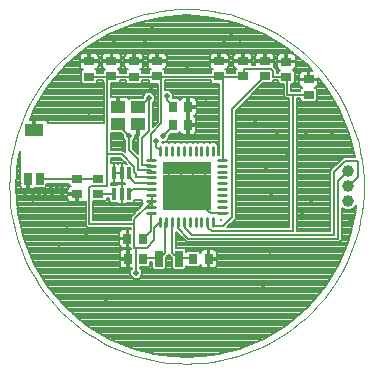
<source format=gtl>
G75*
G70*
%OFA0B0*%
%FSLAX24Y24*%
%IPPOS*%
%LPD*%
%AMOC8*
5,1,8,0,0,1.08239X$1,22.5*
%
%ADD10C,0.0039*%
%ADD11R,0.0433X0.0433*%
%ADD12C,0.0110*%
%ADD13R,0.0098X0.0098*%
%ADD14R,0.0354X0.0276*%
%ADD15R,0.0276X0.0354*%
%ADD16R,0.0472X0.0433*%
%ADD17R,0.0276X0.0551*%
%ADD18R,0.0138X0.0394*%
%ADD19C,0.0394*%
%ADD20R,0.0256X0.0394*%
%ADD21R,0.0630X0.0394*%
%ADD22C,0.0080*%
%ADD23C,0.0180*%
%ADD24C,0.0060*%
%ADD25C,0.0200*%
D10*
X000119Y006025D02*
X000126Y006315D01*
X000147Y006604D01*
X000183Y006892D01*
X000232Y007177D01*
X000296Y007460D01*
X000373Y007739D01*
X000464Y008015D01*
X000569Y008285D01*
X000686Y008550D01*
X000816Y008809D01*
X000959Y009061D01*
X001114Y009306D01*
X001281Y009543D01*
X001460Y009772D01*
X001649Y009991D01*
X001849Y010201D01*
X002059Y010401D01*
X002278Y010590D01*
X002507Y010769D01*
X002744Y010936D01*
X002989Y011091D01*
X003241Y011234D01*
X003500Y011364D01*
X003765Y011481D01*
X004035Y011586D01*
X004311Y011677D01*
X004590Y011754D01*
X004873Y011818D01*
X005158Y011867D01*
X005446Y011903D01*
X005735Y011924D01*
X006025Y011931D01*
X006315Y011924D01*
X006604Y011903D01*
X006892Y011867D01*
X007177Y011818D01*
X007460Y011754D01*
X007739Y011677D01*
X008015Y011586D01*
X008285Y011481D01*
X008550Y011364D01*
X008809Y011234D01*
X009061Y011091D01*
X009306Y010936D01*
X009543Y010769D01*
X009772Y010590D01*
X009991Y010401D01*
X010201Y010201D01*
X010401Y009991D01*
X010590Y009772D01*
X010769Y009543D01*
X010936Y009306D01*
X011091Y009061D01*
X011234Y008809D01*
X011364Y008550D01*
X011481Y008285D01*
X011586Y008015D01*
X011677Y007739D01*
X011754Y007460D01*
X011818Y007177D01*
X011867Y006892D01*
X011903Y006604D01*
X011924Y006315D01*
X011931Y006025D01*
X011924Y005735D01*
X011903Y005446D01*
X011867Y005158D01*
X011818Y004873D01*
X011754Y004590D01*
X011677Y004311D01*
X011586Y004035D01*
X011481Y003765D01*
X011364Y003500D01*
X011234Y003241D01*
X011091Y002989D01*
X010936Y002744D01*
X010769Y002507D01*
X010590Y002278D01*
X010401Y002059D01*
X010201Y001849D01*
X009991Y001649D01*
X009772Y001460D01*
X009543Y001281D01*
X009306Y001114D01*
X009061Y000959D01*
X008809Y000816D01*
X008550Y000686D01*
X008285Y000569D01*
X008015Y000464D01*
X007739Y000373D01*
X007460Y000296D01*
X007177Y000232D01*
X006892Y000183D01*
X006604Y000147D01*
X006315Y000126D01*
X006025Y000119D01*
X005735Y000126D01*
X005446Y000147D01*
X005158Y000183D01*
X004873Y000232D01*
X004590Y000296D01*
X004311Y000373D01*
X004035Y000464D01*
X003765Y000569D01*
X003500Y000686D01*
X003241Y000816D01*
X002989Y000959D01*
X002744Y001114D01*
X002507Y001281D01*
X002278Y001460D01*
X002059Y001649D01*
X001849Y001849D01*
X001649Y002059D01*
X001460Y002278D01*
X001281Y002507D01*
X001114Y002744D01*
X000959Y002989D01*
X000816Y003241D01*
X000686Y003500D01*
X000569Y003765D01*
X000464Y004035D01*
X000373Y004311D01*
X000296Y004590D01*
X000232Y004873D01*
X000183Y005158D01*
X000147Y005446D01*
X000126Y005735D01*
X000119Y006025D01*
D11*
X005425Y005838D03*
X005425Y006212D03*
X005828Y006212D03*
X005828Y005838D03*
X006222Y005838D03*
X006222Y006212D03*
X006626Y006212D03*
X006626Y005838D03*
X006626Y005425D03*
X006222Y005425D03*
X005828Y005425D03*
X005425Y005425D03*
X005425Y006626D03*
X005828Y006626D03*
X006222Y006626D03*
X006626Y006626D03*
D12*
X006714Y007084D02*
X006714Y007348D01*
X006517Y007348D02*
X006517Y007084D01*
X006320Y007084D02*
X006320Y007348D01*
X006124Y007348D02*
X006124Y007084D01*
X005927Y007084D02*
X005927Y007348D01*
X005730Y007348D02*
X005730Y007084D01*
X005533Y007084D02*
X005533Y007348D01*
X005336Y007348D02*
X005336Y007084D01*
X005139Y007084D02*
X005139Y007348D01*
X004966Y006911D02*
X004702Y006911D01*
X004702Y006714D02*
X004966Y006714D01*
X004966Y006517D02*
X004702Y006517D01*
X004702Y006320D02*
X004966Y006320D01*
X004966Y006124D02*
X004702Y006124D01*
X004702Y005927D02*
X004966Y005927D01*
X004966Y005730D02*
X004702Y005730D01*
X004702Y005533D02*
X004966Y005533D01*
X004966Y005336D02*
X004702Y005336D01*
X004702Y005139D02*
X004966Y005139D01*
X005139Y004966D02*
X005139Y004702D01*
X005336Y004702D02*
X005336Y004966D01*
X005533Y004966D02*
X005533Y004702D01*
X005730Y004702D02*
X005730Y004966D01*
X005927Y004966D02*
X005927Y004702D01*
X006124Y004702D02*
X006124Y004966D01*
X006320Y004966D02*
X006320Y004702D01*
X006517Y004702D02*
X006517Y004966D01*
X006714Y004966D02*
X006714Y004702D01*
X006911Y004702D02*
X006911Y004966D01*
X007084Y005139D02*
X007348Y005139D01*
X007348Y005336D02*
X007084Y005336D01*
X007084Y005533D02*
X007348Y005533D01*
X007348Y005730D02*
X007084Y005730D01*
X007084Y005927D02*
X007348Y005927D01*
X007348Y006124D02*
X007084Y006124D01*
X007084Y006320D02*
X007348Y006320D01*
X007348Y006517D02*
X007084Y006517D01*
X007084Y006714D02*
X007348Y006714D01*
X007348Y006911D02*
X007084Y006911D01*
X006911Y007084D02*
X006911Y007348D01*
D13*
X007157Y004893D03*
D14*
X003076Y005765D03*
X003076Y006277D03*
X002368Y006277D03*
X002368Y005765D03*
X002773Y009683D03*
X002773Y010194D03*
X003517Y010206D03*
X003517Y009694D03*
X004269Y009683D03*
X004269Y010194D03*
X005037Y010198D03*
X005037Y009687D03*
X007104Y009687D03*
X007104Y010198D03*
X007899Y010202D03*
X007899Y009691D03*
X008628Y009694D03*
X008628Y010206D03*
X009348Y010183D03*
X009348Y009671D03*
X010088Y009588D03*
X010088Y009076D03*
D15*
X006076Y008679D03*
X005565Y008679D03*
X005557Y008061D03*
X006069Y008061D03*
X004561Y004285D03*
X004049Y004285D03*
X004065Y003608D03*
X004576Y003608D03*
X006246Y003608D03*
X006757Y003608D03*
D16*
X004403Y008104D03*
X004403Y008655D03*
X003734Y008655D03*
X003734Y008104D03*
D17*
X005104Y003608D03*
X005773Y003608D03*
D18*
X004116Y005771D03*
X003860Y005771D03*
X003604Y005771D03*
X003604Y006460D03*
X003860Y006460D03*
X004116Y006460D03*
D19*
X011403Y006525D03*
X011403Y006025D03*
X011403Y005525D03*
D20*
X001124Y006273D03*
X000730Y006273D03*
D21*
X000946Y007915D03*
D22*
X001417Y002677D02*
X001998Y001998D01*
X002677Y001417D01*
X003439Y000950D01*
X004265Y000608D01*
X005134Y000399D01*
X006025Y000329D01*
X006916Y000399D01*
X007785Y000608D01*
X008611Y000950D01*
X009373Y001417D01*
X010053Y001998D01*
X010633Y002677D01*
X011100Y003439D01*
X011442Y004265D01*
X011651Y005134D01*
X011651Y005134D01*
X011672Y005398D01*
X011655Y005357D01*
X011571Y005274D01*
X011462Y005228D01*
X011344Y005228D01*
X011235Y005274D01*
X011195Y005313D01*
X011195Y004231D01*
X011119Y004155D01*
X006031Y004155D01*
X005955Y004231D01*
X005675Y004511D01*
X005675Y003983D01*
X005952Y003983D01*
X006011Y003925D01*
X006011Y003830D01*
X006066Y003885D01*
X006425Y003885D01*
X006483Y003826D01*
X006483Y003818D01*
X006489Y003839D01*
X006508Y003871D01*
X006534Y003897D01*
X006566Y003916D01*
X006601Y003925D01*
X006729Y003925D01*
X006729Y003637D01*
X006786Y003637D01*
X006786Y003925D01*
X006914Y003925D01*
X006949Y003916D01*
X006981Y003897D01*
X007007Y003871D01*
X007026Y003839D01*
X007035Y003803D01*
X007035Y003637D01*
X006786Y003637D01*
X006786Y003579D01*
X006786Y003291D01*
X006914Y003291D01*
X006949Y003300D01*
X006981Y003319D01*
X007007Y003345D01*
X007026Y003377D01*
X007035Y003412D01*
X007035Y003579D01*
X006786Y003579D01*
X006729Y003579D01*
X006729Y003291D01*
X006601Y003291D01*
X006566Y003300D01*
X006534Y003319D01*
X006508Y003345D01*
X006489Y003377D01*
X006483Y003398D01*
X006483Y003389D01*
X006425Y003331D01*
X006066Y003331D01*
X006011Y003386D01*
X006011Y003291D01*
X005952Y003232D01*
X005594Y003232D01*
X005535Y003291D01*
X005535Y003631D01*
X005425Y003741D01*
X005342Y003658D01*
X005342Y003291D01*
X005283Y003232D01*
X004925Y003232D01*
X004866Y003291D01*
X004866Y003495D01*
X004814Y003495D01*
X004814Y003389D01*
X004756Y003331D01*
X004475Y003331D01*
X004475Y003298D01*
X004545Y003228D01*
X004545Y003062D01*
X004428Y002945D01*
X004262Y002945D01*
X004145Y003062D01*
X004145Y003228D01*
X004208Y003291D01*
X004093Y003291D01*
X004093Y003579D01*
X004036Y003579D01*
X004036Y003291D01*
X003908Y003291D01*
X003873Y003300D01*
X003841Y003319D01*
X003815Y003345D01*
X003796Y003377D01*
X003787Y003412D01*
X003787Y003579D01*
X004036Y003579D01*
X004036Y003637D01*
X004036Y003925D01*
X003908Y003925D01*
X003873Y003915D01*
X003841Y003897D01*
X003815Y003871D01*
X003796Y003839D01*
X003787Y003803D01*
X003787Y003637D01*
X004036Y003637D01*
X004093Y003637D01*
X004093Y003925D01*
X004162Y003925D01*
X004155Y003931D01*
X004155Y003968D01*
X004078Y003968D01*
X004078Y004256D01*
X004020Y004256D01*
X004020Y003968D01*
X003893Y003968D01*
X003857Y003977D01*
X003825Y003996D01*
X003799Y004022D01*
X003781Y004054D01*
X003771Y004089D01*
X003771Y004256D01*
X004020Y004256D01*
X004020Y004314D01*
X004020Y004602D01*
X003893Y004602D01*
X003857Y004593D01*
X003825Y004574D01*
X003799Y004548D01*
X003781Y004516D01*
X003771Y004481D01*
X003771Y004314D01*
X004020Y004314D01*
X004078Y004314D01*
X004078Y004602D01*
X004155Y004602D01*
X004155Y004635D01*
X002731Y004635D01*
X002655Y004711D01*
X002655Y005540D01*
X002631Y005516D01*
X002599Y005497D01*
X002563Y005488D01*
X002397Y005488D01*
X002397Y005736D01*
X002339Y005736D01*
X002339Y005488D01*
X002172Y005488D01*
X002137Y005497D01*
X002105Y005516D01*
X002079Y005542D01*
X002060Y005574D01*
X002051Y005609D01*
X002051Y005736D01*
X002339Y005736D01*
X002339Y005794D01*
X002051Y005794D01*
X002051Y005922D01*
X002060Y005957D01*
X002079Y005989D01*
X002105Y006015D01*
X002137Y006034D01*
X002158Y006039D01*
X002149Y006039D01*
X002091Y006098D01*
X002091Y006114D01*
X001352Y006114D01*
X001352Y006035D01*
X001293Y005976D01*
X000956Y005976D01*
X000944Y005964D01*
X000912Y005946D01*
X000876Y005936D01*
X000754Y005936D01*
X000754Y006114D01*
X000706Y006114D01*
X000706Y005936D01*
X000584Y005936D01*
X000548Y005946D01*
X000516Y005964D01*
X000490Y005990D01*
X000472Y006022D01*
X000462Y006058D01*
X000462Y006249D01*
X000469Y006249D01*
X000469Y006297D01*
X000462Y006297D01*
X000462Y006489D01*
X000469Y006514D01*
X000469Y007205D01*
X000399Y006916D01*
X000329Y006025D01*
X000399Y005134D01*
X000608Y004265D01*
X000950Y003439D01*
X001417Y002677D01*
X001441Y002650D02*
X010610Y002650D01*
X010664Y002728D02*
X001386Y002728D01*
X001338Y002807D02*
X010713Y002807D01*
X010761Y002885D02*
X001290Y002885D01*
X001242Y002964D02*
X004244Y002964D01*
X004165Y003042D02*
X001194Y003042D01*
X001145Y003121D02*
X004145Y003121D01*
X004145Y003199D02*
X001097Y003199D01*
X001049Y003278D02*
X004195Y003278D01*
X004093Y003356D02*
X004036Y003356D01*
X004036Y003435D02*
X004093Y003435D01*
X004093Y003513D02*
X004036Y003513D01*
X004036Y003592D02*
X000887Y003592D01*
X000855Y003670D02*
X003787Y003670D01*
X003787Y003749D02*
X000822Y003749D01*
X000790Y003827D02*
X003793Y003827D01*
X003856Y003906D02*
X000757Y003906D01*
X000724Y003984D02*
X003845Y003984D01*
X003778Y004063D02*
X000692Y004063D01*
X000659Y004141D02*
X003771Y004141D01*
X003771Y004220D02*
X000627Y004220D01*
X000600Y004298D02*
X004020Y004298D01*
X004020Y004220D02*
X004078Y004220D01*
X004078Y004141D02*
X004020Y004141D01*
X004020Y004063D02*
X004078Y004063D01*
X004078Y003984D02*
X004020Y003984D01*
X004036Y003906D02*
X004093Y003906D01*
X004093Y003827D02*
X004036Y003827D01*
X004036Y003749D02*
X004093Y003749D01*
X004093Y003670D02*
X004036Y003670D01*
X003787Y003513D02*
X000920Y003513D01*
X000953Y003435D02*
X003787Y003435D01*
X003808Y003356D02*
X001001Y003356D01*
X001508Y002571D02*
X010543Y002571D01*
X010476Y002493D02*
X001575Y002493D01*
X001642Y002414D02*
X010409Y002414D01*
X010341Y002336D02*
X001709Y002336D01*
X001776Y002257D02*
X010274Y002257D01*
X010207Y002179D02*
X001843Y002179D01*
X001910Y002100D02*
X010140Y002100D01*
X010073Y002022D02*
X001977Y002022D01*
X002061Y001943D02*
X009989Y001943D01*
X009897Y001865D02*
X002153Y001865D01*
X002245Y001786D02*
X009805Y001786D01*
X009713Y001708D02*
X002337Y001708D01*
X002429Y001629D02*
X009621Y001629D01*
X009529Y001551D02*
X002521Y001551D01*
X002613Y001472D02*
X009438Y001472D01*
X009335Y001394D02*
X002716Y001394D01*
X002844Y001315D02*
X009207Y001315D01*
X009079Y001237D02*
X002972Y001237D01*
X003100Y001158D02*
X008950Y001158D01*
X008822Y001080D02*
X003228Y001080D01*
X003356Y001001D02*
X008694Y001001D01*
X008545Y000923D02*
X003506Y000923D01*
X003695Y000844D02*
X008355Y000844D01*
X008166Y000766D02*
X003885Y000766D01*
X004074Y000687D02*
X007976Y000687D01*
X007787Y000609D02*
X004264Y000609D01*
X004590Y000530D02*
X007461Y000530D01*
X007134Y000452D02*
X004917Y000452D01*
X005469Y000373D02*
X006582Y000373D01*
X004447Y002964D02*
X010809Y002964D01*
X010857Y003042D02*
X004525Y003042D01*
X004545Y003121D02*
X010905Y003121D01*
X010953Y003199D02*
X004545Y003199D01*
X004496Y003278D02*
X004879Y003278D01*
X004866Y003356D02*
X004781Y003356D01*
X004814Y003435D02*
X004866Y003435D01*
X005342Y003435D02*
X005535Y003435D01*
X005535Y003513D02*
X005342Y003513D01*
X005342Y003592D02*
X005535Y003592D01*
X005496Y003670D02*
X005354Y003670D01*
X005342Y003356D02*
X005535Y003356D01*
X005549Y003278D02*
X005329Y003278D01*
X005998Y003278D02*
X011001Y003278D01*
X011049Y003356D02*
X007014Y003356D01*
X007035Y003435D02*
X011097Y003435D01*
X011131Y003513D02*
X007035Y003513D01*
X007035Y003670D02*
X011196Y003670D01*
X011163Y003592D02*
X006786Y003592D01*
X006786Y003670D02*
X006729Y003670D01*
X006729Y003749D02*
X006786Y003749D01*
X006786Y003827D02*
X006729Y003827D01*
X006729Y003906D02*
X006786Y003906D01*
X006966Y003906D02*
X011293Y003906D01*
X011326Y003984D02*
X005675Y003984D01*
X005675Y004063D02*
X011358Y004063D01*
X011391Y004141D02*
X005675Y004141D01*
X005675Y004220D02*
X005967Y004220D01*
X005888Y004298D02*
X005675Y004298D01*
X005675Y004377D02*
X005810Y004377D01*
X005731Y004455D02*
X005675Y004455D01*
X006011Y003906D02*
X006549Y003906D01*
X006486Y003827D02*
X006483Y003827D01*
X006729Y003513D02*
X006786Y003513D01*
X006786Y003435D02*
X006729Y003435D01*
X006729Y003356D02*
X006786Y003356D01*
X006501Y003356D02*
X006450Y003356D01*
X006041Y003356D02*
X006011Y003356D01*
X007035Y003749D02*
X011228Y003749D01*
X011261Y003827D02*
X007029Y003827D01*
X007359Y004655D02*
X007655Y004951D01*
X007655Y008551D01*
X008561Y009457D01*
X008846Y009457D01*
X008905Y009515D01*
X008905Y009555D01*
X009071Y009555D01*
X009071Y009492D01*
X009129Y009433D01*
X009255Y009433D01*
X009255Y009031D01*
X009331Y008955D01*
X009435Y008955D01*
X009435Y004655D01*
X007359Y004655D01*
X007395Y004691D02*
X009435Y004691D01*
X009435Y004769D02*
X007473Y004769D01*
X007552Y004848D02*
X009435Y004848D01*
X009435Y004926D02*
X007630Y004926D01*
X007655Y005005D02*
X009435Y005005D01*
X009435Y005083D02*
X007655Y005083D01*
X007655Y005162D02*
X009435Y005162D01*
X009435Y005240D02*
X007655Y005240D01*
X007655Y005319D02*
X009435Y005319D01*
X009435Y005397D02*
X007655Y005397D01*
X007655Y005476D02*
X009435Y005476D01*
X009435Y005554D02*
X007655Y005554D01*
X007655Y005633D02*
X009435Y005633D01*
X009435Y005711D02*
X007655Y005711D01*
X007655Y005790D02*
X009435Y005790D01*
X009435Y005868D02*
X007655Y005868D01*
X007655Y005947D02*
X009435Y005947D01*
X009435Y006025D02*
X007655Y006025D01*
X007655Y006104D02*
X009435Y006104D01*
X009435Y006182D02*
X007655Y006182D01*
X007655Y006261D02*
X009435Y006261D01*
X009435Y006339D02*
X007655Y006339D01*
X007655Y006418D02*
X009435Y006418D01*
X009435Y006496D02*
X007655Y006496D01*
X007655Y006575D02*
X009435Y006575D01*
X009435Y006653D02*
X007655Y006653D01*
X007655Y006732D02*
X009435Y006732D01*
X009435Y006810D02*
X007655Y006810D01*
X007655Y006889D02*
X009435Y006889D01*
X009435Y006967D02*
X007655Y006967D01*
X007655Y007046D02*
X009435Y007046D01*
X009435Y007124D02*
X007655Y007124D01*
X007655Y007203D02*
X009435Y007203D01*
X009435Y007281D02*
X007655Y007281D01*
X007655Y007360D02*
X009435Y007360D01*
X009435Y007438D02*
X007655Y007438D01*
X007655Y007517D02*
X009435Y007517D01*
X009435Y007595D02*
X007655Y007595D01*
X007655Y007674D02*
X009435Y007674D01*
X009435Y007752D02*
X007655Y007752D01*
X007655Y007831D02*
X009435Y007831D01*
X009435Y007909D02*
X007655Y007909D01*
X007655Y007988D02*
X009435Y007988D01*
X009435Y008066D02*
X007655Y008066D01*
X007655Y008145D02*
X009435Y008145D01*
X009435Y008223D02*
X007655Y008223D01*
X007655Y008302D02*
X009435Y008302D01*
X009435Y008380D02*
X007655Y008380D01*
X007655Y008459D02*
X009435Y008459D01*
X009435Y008537D02*
X007655Y008537D01*
X007720Y008616D02*
X009435Y008616D01*
X009435Y008694D02*
X007798Y008694D01*
X007877Y008773D02*
X009435Y008773D01*
X009435Y008851D02*
X007955Y008851D01*
X008034Y008930D02*
X009435Y008930D01*
X009278Y009008D02*
X008112Y009008D01*
X008191Y009087D02*
X009255Y009087D01*
X009255Y009165D02*
X008269Y009165D01*
X008348Y009244D02*
X009255Y009244D01*
X009255Y009322D02*
X008426Y009322D01*
X008505Y009401D02*
X009255Y009401D01*
X009083Y009479D02*
X008869Y009479D01*
X009035Y009815D02*
X009035Y009919D01*
X008975Y009979D01*
X008936Y010018D01*
X008945Y010050D01*
X008945Y010177D01*
X008656Y010177D01*
X008656Y010235D01*
X008599Y010235D01*
X008599Y010484D01*
X008432Y010484D01*
X008396Y010475D01*
X008364Y010456D01*
X008338Y010430D01*
X008320Y010398D01*
X008310Y010363D01*
X008310Y010235D01*
X008599Y010235D01*
X008599Y010177D01*
X008310Y010177D01*
X008310Y010055D01*
X008216Y010055D01*
X008216Y010173D01*
X007928Y010173D01*
X007928Y010231D01*
X008216Y010231D01*
X008216Y010359D01*
X008207Y010394D01*
X008188Y010426D01*
X008162Y010452D01*
X008130Y010471D01*
X008095Y010480D01*
X007928Y010480D01*
X007928Y010231D01*
X007870Y010231D01*
X007870Y010173D01*
X007582Y010173D01*
X007582Y010046D01*
X007592Y010011D01*
X007610Y009979D01*
X007636Y009953D01*
X007668Y009934D01*
X007690Y009928D01*
X007681Y009928D01*
X007622Y009870D01*
X007622Y009815D01*
X007381Y009815D01*
X007381Y009866D01*
X007323Y009924D01*
X007314Y009924D01*
X007335Y009930D01*
X007367Y009949D01*
X007393Y009975D01*
X007412Y010007D01*
X007421Y010042D01*
X007421Y010170D01*
X007133Y010170D01*
X007133Y010227D01*
X007421Y010227D01*
X007421Y010355D01*
X007412Y010390D01*
X007393Y010422D01*
X007367Y010448D01*
X007335Y010467D01*
X007300Y010476D01*
X007133Y010476D01*
X007133Y010227D01*
X007075Y010227D01*
X007075Y010170D01*
X006787Y010170D01*
X006787Y010042D01*
X006796Y010007D01*
X006815Y009975D01*
X006841Y009949D01*
X006873Y009930D01*
X006894Y009924D01*
X006885Y009924D01*
X006827Y009866D01*
X006827Y009815D01*
X005314Y009815D01*
X005314Y009866D01*
X005256Y009924D01*
X005247Y009924D01*
X005268Y009930D01*
X005300Y009949D01*
X005326Y009975D01*
X005345Y010007D01*
X005354Y010042D01*
X005354Y010170D01*
X005066Y010170D01*
X005066Y010227D01*
X005354Y010227D01*
X005354Y010355D01*
X005345Y010390D01*
X005326Y010422D01*
X005300Y010448D01*
X005268Y010467D01*
X005233Y010476D01*
X005066Y010476D01*
X005066Y010227D01*
X005008Y010227D01*
X005008Y010170D01*
X004720Y010170D01*
X004720Y010042D01*
X004729Y010007D01*
X004748Y009975D01*
X004774Y009949D01*
X004806Y009930D01*
X004827Y009924D01*
X004818Y009924D01*
X004760Y009866D01*
X004760Y009815D01*
X004546Y009815D01*
X004546Y009862D01*
X004488Y009920D01*
X004479Y009920D01*
X004500Y009926D01*
X004532Y009945D01*
X004558Y009971D01*
X004577Y010003D01*
X004586Y010038D01*
X004586Y010166D01*
X004298Y010166D01*
X004298Y010223D01*
X004586Y010223D01*
X004586Y010351D01*
X004577Y010386D01*
X004558Y010418D01*
X004532Y010444D01*
X004500Y010463D01*
X004465Y010472D01*
X004298Y010472D01*
X004298Y010223D01*
X004240Y010223D01*
X004240Y010166D01*
X003952Y010166D01*
X003952Y010038D01*
X003962Y010003D01*
X003980Y009971D01*
X004006Y009945D01*
X004038Y009926D01*
X004060Y009920D01*
X004051Y009920D01*
X003992Y009862D01*
X003992Y009815D01*
X003794Y009815D01*
X003794Y009874D01*
X003736Y009932D01*
X003727Y009932D01*
X003749Y009938D01*
X003780Y009956D01*
X003807Y009983D01*
X003825Y010014D01*
X003834Y010050D01*
X003834Y010177D01*
X003546Y010177D01*
X003546Y010235D01*
X003488Y010235D01*
X003488Y010177D01*
X003200Y010177D01*
X003200Y010050D01*
X003210Y010014D01*
X003228Y009983D01*
X003254Y009956D01*
X003286Y009938D01*
X003308Y009932D01*
X003299Y009932D01*
X003240Y009874D01*
X003240Y009815D01*
X003050Y009815D01*
X003050Y009862D01*
X002992Y009920D01*
X002983Y009920D01*
X003004Y009926D01*
X003036Y009945D01*
X003062Y009971D01*
X003081Y010003D01*
X003090Y010038D01*
X003090Y010166D01*
X002802Y010166D01*
X002802Y010223D01*
X003090Y010223D01*
X003090Y010351D01*
X003081Y010386D01*
X003062Y010418D01*
X003036Y010444D01*
X003004Y010463D01*
X002969Y010472D01*
X002802Y010472D01*
X002802Y010223D01*
X002744Y010223D01*
X002744Y010166D01*
X002456Y010166D01*
X002456Y010038D01*
X002466Y010003D01*
X002484Y009971D01*
X002510Y009945D01*
X002542Y009926D01*
X002564Y009920D01*
X002555Y009920D01*
X002496Y009862D01*
X002496Y009503D01*
X002555Y009445D01*
X002992Y009445D01*
X003050Y009503D01*
X003050Y009555D01*
X003240Y009555D01*
X003240Y009515D01*
X003255Y009500D01*
X003255Y008125D01*
X001401Y008125D01*
X001401Y008131D01*
X001392Y008166D01*
X001373Y008198D01*
X001347Y008224D01*
X001315Y008243D01*
X001280Y008252D01*
X000986Y008252D01*
X000986Y008125D01*
X000906Y008125D01*
X000906Y008252D01*
X000802Y008252D01*
X000950Y008611D01*
X001417Y009373D01*
X001998Y010053D01*
X002677Y010633D01*
X003439Y011100D01*
X004265Y011442D01*
X005134Y011651D01*
X006025Y011721D01*
X006916Y011651D01*
X007785Y011442D01*
X008611Y011100D01*
X009373Y010633D01*
X009602Y010438D01*
X009579Y010451D01*
X009544Y010460D01*
X009377Y010460D01*
X009377Y010212D01*
X009319Y010212D01*
X009319Y010460D01*
X009152Y010460D01*
X009117Y010451D01*
X009085Y010433D01*
X009059Y010406D01*
X009040Y010375D01*
X009031Y010339D01*
X009031Y010212D01*
X009319Y010212D01*
X009319Y010154D01*
X009031Y010154D01*
X009031Y010026D01*
X009040Y009991D01*
X009059Y009959D01*
X009085Y009933D01*
X009117Y009914D01*
X009138Y009909D01*
X009129Y009909D01*
X009071Y009850D01*
X009071Y009815D01*
X009035Y009815D01*
X009035Y009872D02*
X009092Y009872D01*
X009068Y009950D02*
X009004Y009950D01*
X009031Y010029D02*
X008939Y010029D01*
X008945Y010107D02*
X009031Y010107D01*
X008945Y010235D02*
X008945Y010363D01*
X008935Y010398D01*
X008917Y010430D01*
X008891Y010456D01*
X008859Y010475D01*
X008823Y010484D01*
X008656Y010484D01*
X008656Y010235D01*
X008945Y010235D01*
X008945Y010264D02*
X009031Y010264D01*
X009032Y010343D02*
X008945Y010343D01*
X008922Y010421D02*
X009074Y010421D01*
X009319Y010421D02*
X009377Y010421D01*
X009377Y010343D02*
X009319Y010343D01*
X009319Y010264D02*
X009377Y010264D01*
X009377Y010212D02*
X009665Y010212D01*
X009665Y010339D01*
X009656Y010375D01*
X009637Y010406D01*
X009629Y010415D01*
X010053Y010053D01*
X010212Y009866D01*
X010117Y009866D01*
X010117Y009617D01*
X010059Y009617D01*
X010059Y009559D01*
X009771Y009559D01*
X009771Y009432D01*
X009781Y009396D01*
X009799Y009364D01*
X009825Y009338D01*
X009857Y009320D01*
X009879Y009314D01*
X009870Y009314D01*
X009811Y009256D01*
X009811Y009215D01*
X009515Y009215D01*
X009515Y009433D01*
X009567Y009433D01*
X009625Y009492D01*
X009625Y009850D01*
X009567Y009909D01*
X009558Y009909D01*
X009579Y009914D01*
X009611Y009933D01*
X009637Y009959D01*
X009656Y009991D01*
X009665Y010026D01*
X009665Y010154D01*
X009377Y010154D01*
X009377Y010212D01*
X009377Y010186D02*
X009897Y010186D01*
X009805Y010264D02*
X009665Y010264D01*
X009664Y010343D02*
X009713Y010343D01*
X009665Y010107D02*
X009989Y010107D01*
X010073Y010029D02*
X009665Y010029D01*
X009629Y009950D02*
X010140Y009950D01*
X010207Y009872D02*
X009604Y009872D01*
X009625Y009793D02*
X009788Y009793D01*
X009781Y009780D02*
X009771Y009744D01*
X009771Y009617D01*
X010059Y009617D01*
X010059Y009866D01*
X009893Y009866D01*
X009857Y009856D01*
X009825Y009838D01*
X009799Y009812D01*
X009781Y009780D01*
X009771Y009715D02*
X009625Y009715D01*
X009625Y009636D02*
X009771Y009636D01*
X009771Y009558D02*
X009625Y009558D01*
X009613Y009479D02*
X009771Y009479D01*
X009779Y009401D02*
X009515Y009401D01*
X009515Y009322D02*
X009853Y009322D01*
X009811Y009244D02*
X009515Y009244D01*
X009695Y008955D02*
X009695Y004535D01*
X010815Y004535D01*
X010815Y006559D01*
X011175Y006919D01*
X011251Y006995D01*
X011632Y006995D01*
X011442Y007785D01*
X011100Y008611D01*
X011100Y008611D01*
X010633Y009373D01*
X010405Y009640D01*
X010405Y009617D01*
X010117Y009617D01*
X010117Y009559D01*
X010405Y009559D01*
X010405Y009432D01*
X010396Y009396D01*
X010377Y009364D01*
X010351Y009338D01*
X010319Y009320D01*
X010298Y009314D01*
X010307Y009314D01*
X010365Y009256D01*
X010365Y008897D01*
X010307Y008839D01*
X009870Y008839D01*
X009811Y008897D01*
X009811Y008955D01*
X009695Y008955D01*
X009695Y008930D02*
X009811Y008930D01*
X009857Y008851D02*
X009695Y008851D01*
X009695Y008773D02*
X011001Y008773D01*
X010953Y008851D02*
X010319Y008851D01*
X010365Y008930D02*
X010905Y008930D01*
X010857Y009008D02*
X010365Y009008D01*
X010365Y009087D02*
X010809Y009087D01*
X010761Y009165D02*
X010365Y009165D01*
X010365Y009244D02*
X010713Y009244D01*
X010664Y009322D02*
X010323Y009322D01*
X010397Y009401D02*
X010610Y009401D01*
X010543Y009479D02*
X010405Y009479D01*
X010405Y009558D02*
X010476Y009558D01*
X010409Y009636D02*
X010405Y009636D01*
X010117Y009636D02*
X010059Y009636D01*
X010059Y009715D02*
X010117Y009715D01*
X010117Y009793D02*
X010059Y009793D01*
X009319Y010186D02*
X008656Y010186D01*
X008599Y010186D02*
X007928Y010186D01*
X007870Y010186D02*
X007133Y010186D01*
X007075Y010186D02*
X005066Y010186D01*
X005008Y010186D02*
X004298Y010186D01*
X004240Y010186D02*
X003546Y010186D01*
X003546Y010235D02*
X003834Y010235D01*
X003834Y010363D01*
X003825Y010398D01*
X003807Y010430D01*
X003780Y010456D01*
X003749Y010475D01*
X003713Y010484D01*
X003546Y010484D01*
X003546Y010235D01*
X003546Y010264D02*
X003488Y010264D01*
X003488Y010235D02*
X003488Y010484D01*
X003322Y010484D01*
X003286Y010475D01*
X003254Y010456D01*
X003228Y010430D01*
X003210Y010398D01*
X003200Y010363D01*
X003200Y010235D01*
X003488Y010235D01*
X003488Y010186D02*
X002802Y010186D01*
X002744Y010186D02*
X002153Y010186D01*
X002061Y010107D02*
X002456Y010107D01*
X002459Y010029D02*
X001977Y010029D01*
X001910Y009950D02*
X002505Y009950D01*
X002506Y009872D02*
X001843Y009872D01*
X001776Y009793D02*
X002496Y009793D01*
X002496Y009715D02*
X001709Y009715D01*
X001642Y009636D02*
X002496Y009636D01*
X002496Y009558D02*
X001575Y009558D01*
X001508Y009479D02*
X002520Y009479D01*
X003026Y009479D02*
X003255Y009479D01*
X003255Y009401D02*
X001441Y009401D01*
X001386Y009322D02*
X003255Y009322D01*
X003255Y009244D02*
X001338Y009244D01*
X001290Y009165D02*
X003255Y009165D01*
X003255Y009087D02*
X001242Y009087D01*
X001194Y009008D02*
X003255Y009008D01*
X003255Y008930D02*
X001145Y008930D01*
X001097Y008851D02*
X003255Y008851D01*
X003255Y008773D02*
X001049Y008773D01*
X001001Y008694D02*
X003255Y008694D01*
X003255Y008616D02*
X000953Y008616D01*
X000920Y008537D02*
X003255Y008537D01*
X003255Y008459D02*
X000887Y008459D01*
X000855Y008380D02*
X003255Y008380D01*
X003255Y008302D02*
X000822Y008302D01*
X000927Y008289D02*
X001458Y008289D01*
X001348Y008223D02*
X003255Y008223D01*
X003255Y008145D02*
X001398Y008145D01*
X000986Y008145D02*
X000906Y008145D01*
X000906Y008223D02*
X000986Y008223D01*
X000927Y008289D02*
X000927Y007915D01*
X000946Y007915D01*
X000468Y007203D02*
X000469Y007203D01*
X000469Y007124D02*
X000449Y007124D01*
X000431Y007046D02*
X000469Y007046D01*
X000469Y006967D02*
X000412Y006967D01*
X000397Y006889D02*
X000469Y006889D01*
X000469Y006810D02*
X000391Y006810D01*
X000385Y006732D02*
X000469Y006732D01*
X000469Y006653D02*
X000379Y006653D01*
X000373Y006575D02*
X000469Y006575D01*
X000464Y006496D02*
X000366Y006496D01*
X000360Y006418D02*
X000462Y006418D01*
X000462Y006339D02*
X000354Y006339D01*
X000348Y006261D02*
X000469Y006261D01*
X000462Y006182D02*
X000342Y006182D01*
X000338Y006135D02*
X000495Y006135D01*
X000502Y006128D01*
X000502Y006125D01*
X000337Y006124D01*
X000338Y006135D01*
X000336Y006104D02*
X000462Y006104D01*
X000471Y006025D02*
X000329Y006025D01*
X000336Y005947D02*
X000547Y005947D01*
X000706Y005947D02*
X000754Y005947D01*
X000754Y006025D02*
X000706Y006025D01*
X000706Y006104D02*
X000754Y006104D01*
X000913Y005947D02*
X002057Y005947D01*
X002051Y005868D02*
X000342Y005868D01*
X000348Y005790D02*
X002339Y005790D01*
X002339Y005711D02*
X002397Y005711D01*
X002397Y005633D02*
X002339Y005633D01*
X002339Y005554D02*
X002397Y005554D01*
X002071Y005554D02*
X000366Y005554D01*
X000373Y005476D02*
X002655Y005476D01*
X002655Y005397D02*
X000379Y005397D01*
X000385Y005319D02*
X002655Y005319D01*
X002655Y005240D02*
X000391Y005240D01*
X000397Y005162D02*
X002655Y005162D01*
X002655Y005083D02*
X000412Y005083D01*
X000431Y005005D02*
X002655Y005005D01*
X002655Y004926D02*
X000449Y004926D01*
X000468Y004848D02*
X002655Y004848D01*
X002655Y004769D02*
X000487Y004769D01*
X000506Y004691D02*
X002676Y004691D01*
X002915Y004895D02*
X002915Y005528D01*
X003295Y005528D01*
X003354Y005586D01*
X003354Y005625D01*
X003435Y005625D01*
X003435Y005533D01*
X003494Y005474D01*
X003693Y005474D01*
X003705Y005462D01*
X003737Y005444D01*
X003773Y005434D01*
X003860Y005434D01*
X003947Y005434D01*
X003983Y005444D01*
X004015Y005462D01*
X004027Y005474D01*
X004226Y005474D01*
X004285Y005533D01*
X004285Y005567D01*
X004547Y005567D01*
X004547Y005469D01*
X004581Y005435D01*
X004547Y005400D01*
X004547Y005391D01*
X004155Y004999D01*
X004155Y004895D01*
X002915Y004895D01*
X002915Y004926D02*
X004155Y004926D01*
X004161Y005005D02*
X002915Y005005D01*
X002915Y005083D02*
X004239Y005083D01*
X004318Y005162D02*
X002915Y005162D01*
X002915Y005240D02*
X004396Y005240D01*
X004475Y005319D02*
X002915Y005319D01*
X002915Y005397D02*
X004547Y005397D01*
X004547Y005476D02*
X004227Y005476D01*
X004285Y005554D02*
X004547Y005554D01*
X004271Y005927D02*
X004249Y005925D01*
X004227Y005921D01*
X004206Y005913D01*
X004187Y005902D01*
X004169Y005889D01*
X004153Y005873D01*
X004140Y005855D01*
X004129Y005836D01*
X004121Y005815D01*
X004117Y005793D01*
X004115Y005771D01*
X004271Y005927D02*
X004834Y005927D01*
X004834Y006124D02*
X004452Y006124D01*
X004452Y006123D02*
X004417Y006125D01*
X004382Y006130D01*
X004348Y006139D01*
X004315Y006152D01*
X004284Y006168D01*
X004254Y006187D01*
X004227Y006210D01*
X004202Y006235D01*
X004179Y006262D01*
X004160Y006291D01*
X004144Y006323D01*
X004131Y006356D01*
X004122Y006390D01*
X004117Y006425D01*
X004115Y006460D01*
X003860Y006460D02*
X003860Y006123D01*
X003947Y006123D01*
X003953Y006125D01*
X003953Y006107D01*
X003947Y006108D01*
X003860Y006108D01*
X003860Y005771D01*
X003860Y005434D01*
X003860Y005771D01*
X003860Y005771D01*
X003860Y005771D01*
X003860Y006108D01*
X003773Y006108D01*
X003737Y006099D01*
X003705Y006080D01*
X003693Y006068D01*
X003515Y006068D01*
X003515Y006124D01*
X003517Y006123D01*
X003604Y006123D01*
X003691Y006123D01*
X003727Y006133D01*
X003732Y006136D01*
X003737Y006133D01*
X003773Y006123D01*
X003860Y006123D01*
X003860Y006460D01*
X003860Y006460D01*
X003604Y006460D01*
X003604Y006123D01*
X003604Y006460D01*
X003604Y006460D01*
X003604Y006460D01*
X003813Y006460D01*
X003860Y006460D01*
X003860Y006460D01*
X003860Y006460D01*
X003860Y006797D01*
X003947Y006797D01*
X003983Y006788D01*
X004015Y006769D01*
X004027Y006757D01*
X004029Y006757D01*
X003811Y006975D01*
X003515Y006975D01*
X003515Y006797D01*
X003517Y006797D01*
X003604Y006797D01*
X003604Y006460D01*
X003604Y006460D01*
X003604Y006797D01*
X003691Y006797D01*
X003727Y006788D01*
X003732Y006785D01*
X003737Y006788D01*
X003773Y006797D01*
X003860Y006797D01*
X003860Y006460D01*
X003860Y006496D02*
X003860Y006496D01*
X003860Y006418D02*
X003860Y006418D01*
X003860Y006339D02*
X003860Y006339D01*
X003860Y006261D02*
X003860Y006261D01*
X003860Y006182D02*
X003860Y006182D01*
X003860Y006104D02*
X003860Y006104D01*
X003860Y006025D02*
X003860Y006025D01*
X003860Y005947D02*
X003860Y005947D01*
X003860Y005868D02*
X003860Y005868D01*
X003860Y005790D02*
X003860Y005790D01*
X003860Y005711D02*
X003860Y005711D01*
X003860Y005633D02*
X003860Y005633D01*
X003860Y005554D02*
X003860Y005554D01*
X003860Y005476D02*
X003860Y005476D01*
X003604Y005765D02*
X003604Y005771D01*
X003604Y005765D02*
X003076Y005765D01*
X003322Y005554D02*
X003435Y005554D01*
X003492Y005476D02*
X002915Y005476D01*
X003515Y006104D02*
X003756Y006104D01*
X003604Y006182D02*
X003604Y006182D01*
X003604Y006261D02*
X003604Y006261D01*
X003604Y006339D02*
X003604Y006339D01*
X003604Y006418D02*
X003604Y006418D01*
X003604Y006496D02*
X003604Y006496D01*
X003604Y006575D02*
X003604Y006575D01*
X003604Y006653D02*
X003604Y006653D01*
X003604Y006732D02*
X003604Y006732D01*
X003515Y006810D02*
X003976Y006810D01*
X003898Y006889D02*
X003515Y006889D01*
X003515Y006967D02*
X003819Y006967D01*
X003860Y006732D02*
X003860Y006732D01*
X003860Y006653D02*
X003860Y006653D01*
X003860Y006575D02*
X003860Y006575D01*
X003975Y007179D02*
X003919Y007235D01*
X003515Y007235D01*
X003515Y007787D01*
X003839Y007787D01*
X003905Y007721D01*
X003905Y007622D01*
X003975Y007552D01*
X003975Y007179D01*
X003975Y007203D02*
X003952Y007203D01*
X003975Y007281D02*
X003515Y007281D01*
X003515Y007360D02*
X003975Y007360D01*
X003975Y007438D02*
X003515Y007438D01*
X003515Y007517D02*
X003975Y007517D01*
X003932Y007595D02*
X003515Y007595D01*
X003515Y007674D02*
X003905Y007674D01*
X003874Y007752D02*
X003515Y007752D01*
X004235Y007552D02*
X004235Y007279D01*
X004395Y007119D01*
X004395Y007699D01*
X004444Y007747D01*
X004443Y007747D01*
X004443Y008064D01*
X004363Y008064D01*
X004363Y007747D01*
X004305Y007747D01*
X004305Y007622D01*
X004235Y007552D01*
X004235Y007517D02*
X004395Y007517D01*
X004395Y007595D02*
X004278Y007595D01*
X004305Y007674D02*
X004395Y007674D01*
X004363Y007752D02*
X004443Y007752D01*
X004443Y007831D02*
X004363Y007831D01*
X004363Y007909D02*
X004443Y007909D01*
X004443Y007988D02*
X004363Y007988D01*
X004895Y008019D02*
X004895Y008812D01*
X004965Y008882D01*
X004965Y009048D01*
X004848Y009165D01*
X004682Y009165D01*
X004565Y009048D01*
X004565Y008972D01*
X004126Y008972D01*
X004093Y008939D01*
X004082Y008958D01*
X004056Y008984D01*
X004024Y009002D01*
X003989Y009012D01*
X003774Y009012D01*
X003774Y008695D01*
X003694Y008695D01*
X003694Y009012D01*
X003515Y009012D01*
X003515Y009457D01*
X003736Y009457D01*
X003794Y009515D01*
X003794Y009555D01*
X003992Y009555D01*
X003992Y009503D01*
X004051Y009445D01*
X004488Y009445D01*
X004546Y009503D01*
X004546Y009555D01*
X004760Y009555D01*
X004760Y009507D01*
X004818Y009449D01*
X005055Y009449D01*
X005055Y008179D01*
X004895Y008019D01*
X004895Y008066D02*
X004942Y008066D01*
X004895Y008145D02*
X005021Y008145D01*
X005055Y008223D02*
X004895Y008223D01*
X004895Y008302D02*
X005055Y008302D01*
X005055Y008380D02*
X004895Y008380D01*
X004895Y008459D02*
X005055Y008459D01*
X005055Y008537D02*
X004895Y008537D01*
X004895Y008616D02*
X005055Y008616D01*
X005055Y008694D02*
X004895Y008694D01*
X004895Y008773D02*
X005055Y008773D01*
X005055Y008851D02*
X004934Y008851D01*
X004965Y008930D02*
X005055Y008930D01*
X005055Y009008D02*
X004965Y009008D01*
X004927Y009087D02*
X005055Y009087D01*
X005055Y009165D02*
X003515Y009165D01*
X003515Y009087D02*
X004604Y009087D01*
X004565Y009008D02*
X004001Y009008D01*
X003774Y009008D02*
X003694Y009008D01*
X003694Y008930D02*
X003774Y008930D01*
X003774Y008851D02*
X003694Y008851D01*
X003694Y008773D02*
X003774Y008773D01*
X003515Y009244D02*
X005055Y009244D01*
X005055Y009322D02*
X003515Y009322D01*
X003515Y009401D02*
X005055Y009401D01*
X004788Y009479D02*
X004522Y009479D01*
X004537Y009872D02*
X004766Y009872D01*
X004772Y009950D02*
X004538Y009950D01*
X004584Y010029D02*
X004723Y010029D01*
X004720Y010107D02*
X004586Y010107D01*
X004720Y010227D02*
X005008Y010227D01*
X005008Y010476D01*
X004841Y010476D01*
X004806Y010467D01*
X004774Y010448D01*
X004748Y010422D01*
X004729Y010390D01*
X004720Y010355D01*
X004720Y010227D01*
X004720Y010264D02*
X004586Y010264D01*
X004586Y010343D02*
X004720Y010343D01*
X004747Y010421D02*
X004556Y010421D01*
X004298Y010421D02*
X004240Y010421D01*
X004240Y010472D02*
X004074Y010472D01*
X004038Y010463D01*
X004006Y010444D01*
X003980Y010418D01*
X003962Y010386D01*
X003952Y010351D01*
X003952Y010223D01*
X004240Y010223D01*
X004240Y010472D01*
X004240Y010343D02*
X004298Y010343D01*
X004298Y010264D02*
X004240Y010264D01*
X003983Y010421D02*
X003812Y010421D01*
X003834Y010343D02*
X003952Y010343D01*
X003952Y010264D02*
X003834Y010264D01*
X003834Y010107D02*
X003952Y010107D01*
X003955Y010029D02*
X003829Y010029D01*
X003770Y009950D02*
X004001Y009950D01*
X004002Y009872D02*
X003794Y009872D01*
X003758Y009479D02*
X004016Y009479D01*
X003265Y009950D02*
X003042Y009950D01*
X003041Y009872D02*
X003240Y009872D01*
X003206Y010029D02*
X003088Y010029D01*
X003090Y010107D02*
X003200Y010107D01*
X003200Y010264D02*
X003090Y010264D01*
X003090Y010343D02*
X003200Y010343D01*
X003223Y010421D02*
X003059Y010421D01*
X002802Y010421D02*
X002744Y010421D01*
X002744Y010472D02*
X002578Y010472D01*
X002542Y010463D01*
X002510Y010444D01*
X002484Y010418D01*
X002466Y010386D01*
X002456Y010351D01*
X002456Y010223D01*
X002744Y010223D01*
X002744Y010472D01*
X002744Y010343D02*
X002802Y010343D01*
X002802Y010264D02*
X002744Y010264D01*
X002456Y010264D02*
X002245Y010264D01*
X002337Y010343D02*
X002456Y010343D01*
X002429Y010421D02*
X002487Y010421D01*
X002521Y010500D02*
X009529Y010500D01*
X009438Y010578D02*
X002613Y010578D01*
X002716Y010657D02*
X009335Y010657D01*
X009207Y010735D02*
X002844Y010735D01*
X002972Y010814D02*
X009079Y010814D01*
X008950Y010892D02*
X003100Y010892D01*
X003228Y010971D02*
X008822Y010971D01*
X008694Y011049D02*
X003356Y011049D01*
X003506Y011128D02*
X008545Y011128D01*
X008355Y011206D02*
X003695Y011206D01*
X003885Y011285D02*
X008166Y011285D01*
X007976Y011363D02*
X004074Y011363D01*
X004264Y011442D02*
X007787Y011442D01*
X007461Y011520D02*
X004590Y011520D01*
X004917Y011599D02*
X007134Y011599D01*
X006582Y011677D02*
X005469Y011677D01*
X005327Y010421D02*
X006814Y010421D01*
X006815Y010422D02*
X006796Y010390D01*
X006787Y010355D01*
X006787Y010227D01*
X007075Y010227D01*
X007075Y010476D01*
X006908Y010476D01*
X006873Y010467D01*
X006841Y010448D01*
X006815Y010422D01*
X006787Y010343D02*
X005354Y010343D01*
X005354Y010264D02*
X006787Y010264D01*
X006787Y010107D02*
X005354Y010107D01*
X005351Y010029D02*
X006790Y010029D01*
X006839Y009950D02*
X005302Y009950D01*
X005308Y009872D02*
X006833Y009872D01*
X006827Y009555D02*
X006827Y009507D01*
X006885Y009449D01*
X007095Y009449D01*
X007095Y007066D01*
X007066Y007066D01*
X007066Y007412D01*
X006975Y007503D01*
X006847Y007503D01*
X006813Y007469D01*
X006778Y007503D01*
X006650Y007503D01*
X006616Y007469D01*
X006582Y007503D01*
X006453Y007503D01*
X006419Y007469D01*
X006385Y007503D01*
X006256Y007503D01*
X006222Y007469D01*
X006188Y007503D01*
X006059Y007503D01*
X006025Y007469D01*
X005991Y007503D01*
X005863Y007503D01*
X005828Y007469D01*
X005794Y007503D01*
X005666Y007503D01*
X005631Y007469D01*
X005597Y007503D01*
X005469Y007503D01*
X005435Y007469D01*
X005400Y007503D01*
X005272Y007503D01*
X005238Y007469D01*
X005205Y007502D01*
X005205Y007505D01*
X005328Y007505D01*
X005445Y007622D01*
X005445Y007721D01*
X005507Y007783D01*
X005736Y007783D01*
X005794Y007842D01*
X005794Y007851D01*
X005800Y007829D01*
X005819Y007797D01*
X005845Y007771D01*
X005877Y007753D01*
X005912Y007743D01*
X006040Y007743D01*
X006040Y008032D01*
X006097Y008032D01*
X006097Y007743D01*
X006225Y007743D01*
X006260Y007753D01*
X006292Y007771D01*
X006318Y007797D01*
X006337Y007829D01*
X006346Y007865D01*
X006346Y008032D01*
X006097Y008032D01*
X006097Y008090D01*
X006040Y008090D01*
X006040Y008362D01*
X006047Y008362D01*
X006047Y008650D01*
X006105Y008650D01*
X006105Y008378D01*
X006097Y008378D01*
X006097Y008090D01*
X006346Y008090D01*
X006346Y008256D01*
X006337Y008292D01*
X006318Y008324D01*
X006292Y008350D01*
X006260Y008368D01*
X006259Y008369D01*
X006268Y008371D01*
X006300Y008390D01*
X006326Y008416D01*
X006345Y008448D01*
X006354Y008483D01*
X006354Y008650D01*
X006105Y008650D01*
X006105Y008708D01*
X006047Y008708D01*
X006047Y008996D01*
X005920Y008996D01*
X005885Y008986D01*
X005853Y008968D01*
X005827Y008942D01*
X005808Y008910D01*
X005802Y008888D01*
X005802Y008897D01*
X005744Y008956D01*
X005565Y008956D01*
X005565Y009108D01*
X005448Y009225D01*
X005315Y009225D01*
X005315Y009555D01*
X006827Y009555D01*
X006855Y009479D02*
X005315Y009479D01*
X005315Y009401D02*
X007095Y009401D01*
X007095Y009322D02*
X005315Y009322D01*
X005315Y009244D02*
X007095Y009244D01*
X007095Y009165D02*
X005508Y009165D01*
X005565Y009087D02*
X007095Y009087D01*
X007095Y009008D02*
X005565Y009008D01*
X005770Y008930D02*
X005820Y008930D01*
X006047Y008930D02*
X006105Y008930D01*
X006105Y008996D02*
X006105Y008708D01*
X006354Y008708D01*
X006354Y008874D01*
X006345Y008910D01*
X006326Y008942D01*
X006300Y008968D01*
X006268Y008986D01*
X006233Y008996D01*
X006105Y008996D01*
X006105Y008851D02*
X006047Y008851D01*
X006047Y008773D02*
X006105Y008773D01*
X006105Y008694D02*
X007095Y008694D01*
X007095Y008616D02*
X006354Y008616D01*
X006354Y008537D02*
X007095Y008537D01*
X007095Y008459D02*
X006348Y008459D01*
X006284Y008380D02*
X007095Y008380D01*
X007095Y008302D02*
X006331Y008302D01*
X006346Y008223D02*
X007095Y008223D01*
X007095Y008145D02*
X006346Y008145D01*
X006346Y007988D02*
X007095Y007988D01*
X007095Y008066D02*
X006097Y008066D01*
X006097Y007988D02*
X006040Y007988D01*
X006040Y007909D02*
X006097Y007909D01*
X006097Y007831D02*
X006040Y007831D01*
X006040Y007752D02*
X006097Y007752D01*
X006257Y007752D02*
X007095Y007752D01*
X007095Y007674D02*
X005445Y007674D01*
X005418Y007595D02*
X007095Y007595D01*
X007095Y007517D02*
X005340Y007517D01*
X005476Y007752D02*
X005880Y007752D01*
X005800Y007831D02*
X005783Y007831D01*
X006040Y008145D02*
X006097Y008145D01*
X006097Y008223D02*
X006040Y008223D01*
X006040Y008302D02*
X006097Y008302D01*
X006105Y008380D02*
X006047Y008380D01*
X006047Y008459D02*
X006105Y008459D01*
X006105Y008537D02*
X006047Y008537D01*
X006047Y008616D02*
X006105Y008616D01*
X006354Y008773D02*
X007095Y008773D01*
X007095Y008851D02*
X006354Y008851D01*
X006333Y008930D02*
X007095Y008930D01*
X007375Y009872D02*
X007624Y009872D01*
X007640Y009950D02*
X007369Y009950D01*
X007417Y010029D02*
X007587Y010029D01*
X007582Y010107D02*
X007421Y010107D01*
X007582Y010231D02*
X007870Y010231D01*
X007870Y010480D01*
X007704Y010480D01*
X007668Y010471D01*
X007636Y010452D01*
X007610Y010426D01*
X007592Y010394D01*
X007582Y010359D01*
X007582Y010231D01*
X007582Y010264D02*
X007421Y010264D01*
X007421Y010343D02*
X007582Y010343D01*
X007607Y010421D02*
X007394Y010421D01*
X007133Y010421D02*
X007075Y010421D01*
X007075Y010343D02*
X007133Y010343D01*
X007133Y010264D02*
X007075Y010264D01*
X007870Y010264D02*
X007928Y010264D01*
X007928Y010343D02*
X007870Y010343D01*
X007870Y010421D02*
X007928Y010421D01*
X008191Y010421D02*
X008333Y010421D01*
X008310Y010343D02*
X008216Y010343D01*
X008216Y010264D02*
X008310Y010264D01*
X008310Y010107D02*
X008216Y010107D01*
X008599Y010264D02*
X008656Y010264D01*
X008656Y010343D02*
X008599Y010343D01*
X008599Y010421D02*
X008656Y010421D01*
X009695Y008694D02*
X011049Y008694D01*
X011097Y008616D02*
X009695Y008616D01*
X009695Y008537D02*
X011131Y008537D01*
X011163Y008459D02*
X009695Y008459D01*
X009695Y008380D02*
X011196Y008380D01*
X011228Y008302D02*
X009695Y008302D01*
X009695Y008223D02*
X011261Y008223D01*
X011293Y008145D02*
X009695Y008145D01*
X009695Y008066D02*
X011326Y008066D01*
X011358Y007988D02*
X009695Y007988D01*
X009695Y007909D02*
X011391Y007909D01*
X011423Y007831D02*
X009695Y007831D01*
X009695Y007752D02*
X011450Y007752D01*
X011469Y007674D02*
X009695Y007674D01*
X009695Y007595D02*
X011488Y007595D01*
X011507Y007517D02*
X009695Y007517D01*
X009695Y007438D02*
X011526Y007438D01*
X011544Y007360D02*
X009695Y007360D01*
X009695Y007281D02*
X011563Y007281D01*
X011582Y007203D02*
X009695Y007203D01*
X009695Y007124D02*
X011601Y007124D01*
X011620Y007046D02*
X009695Y007046D01*
X009695Y006967D02*
X011223Y006967D01*
X011145Y006889D02*
X009695Y006889D01*
X009695Y006810D02*
X011066Y006810D01*
X010988Y006732D02*
X009695Y006732D01*
X009695Y006653D02*
X010909Y006653D01*
X010831Y006575D02*
X009695Y006575D01*
X009695Y006496D02*
X010815Y006496D01*
X010815Y006418D02*
X009695Y006418D01*
X009695Y006339D02*
X010815Y006339D01*
X010815Y006261D02*
X009695Y006261D01*
X009695Y006182D02*
X010815Y006182D01*
X010815Y006104D02*
X009695Y006104D01*
X009695Y006025D02*
X010815Y006025D01*
X010815Y005947D02*
X009695Y005947D01*
X009695Y005868D02*
X010815Y005868D01*
X010815Y005790D02*
X009695Y005790D01*
X009695Y005711D02*
X010815Y005711D01*
X010815Y005633D02*
X009695Y005633D01*
X009695Y005554D02*
X010815Y005554D01*
X010815Y005476D02*
X009695Y005476D01*
X009695Y005397D02*
X010815Y005397D01*
X010815Y005319D02*
X009695Y005319D01*
X009695Y005240D02*
X010815Y005240D01*
X010815Y005162D02*
X009695Y005162D01*
X009695Y005083D02*
X010815Y005083D01*
X010815Y005005D02*
X009695Y005005D01*
X009695Y004926D02*
X010815Y004926D01*
X010815Y004848D02*
X009695Y004848D01*
X009695Y004769D02*
X010815Y004769D01*
X010815Y004691D02*
X009695Y004691D01*
X009695Y004612D02*
X010815Y004612D01*
X011195Y004612D02*
X011526Y004612D01*
X011507Y004534D02*
X011195Y004534D01*
X011195Y004455D02*
X011488Y004455D01*
X011469Y004377D02*
X011195Y004377D01*
X011195Y004298D02*
X011450Y004298D01*
X011423Y004220D02*
X011184Y004220D01*
X011195Y004691D02*
X011544Y004691D01*
X011563Y004769D02*
X011195Y004769D01*
X011195Y004848D02*
X011582Y004848D01*
X011601Y004926D02*
X011195Y004926D01*
X011195Y005005D02*
X011620Y005005D01*
X011639Y005083D02*
X011195Y005083D01*
X011195Y005162D02*
X011653Y005162D01*
X011659Y005240D02*
X011491Y005240D01*
X011616Y005319D02*
X011665Y005319D01*
X011671Y005397D02*
X011672Y005397D01*
X011315Y005240D02*
X011195Y005240D01*
X007395Y005139D02*
X007395Y005139D01*
X007216Y005139D01*
X007216Y005139D01*
X007281Y005139D01*
X007216Y005139D01*
X006911Y005139D01*
X007216Y005139D02*
X007395Y005139D01*
X006911Y005140D02*
X006879Y005142D01*
X006848Y005147D01*
X006817Y005156D01*
X006787Y005168D01*
X006759Y005184D01*
X006733Y005202D01*
X006709Y005223D01*
X006688Y005247D01*
X006670Y005273D01*
X006654Y005301D01*
X006642Y005331D01*
X006633Y005362D01*
X006628Y005393D01*
X006626Y005425D01*
X006626Y005425D01*
X006626Y005482D01*
X006626Y005838D01*
X006626Y005838D01*
X006626Y005838D01*
X006626Y006195D01*
X006626Y006212D01*
X006626Y006212D01*
X006626Y005838D01*
X006626Y005425D01*
X006626Y005425D01*
X006579Y005425D01*
X006222Y005425D01*
X006222Y005838D01*
X006222Y005838D01*
X006222Y005482D01*
X006222Y005425D01*
X006222Y005425D01*
X006222Y005425D01*
X006185Y005425D01*
X005828Y005425D01*
X005828Y005425D01*
X005781Y005425D01*
X005425Y005425D01*
X005425Y005425D01*
X005425Y005425D01*
X005425Y005781D01*
X005425Y005838D01*
X005425Y005838D01*
X005828Y005838D01*
X005828Y005838D01*
X005828Y005838D01*
X005828Y005425D01*
X005828Y005425D01*
X005425Y005425D01*
X005425Y005838D01*
X005425Y005838D01*
X005472Y005838D01*
X005828Y005838D01*
X005828Y005482D01*
X005828Y005425D01*
X005828Y005425D01*
X006222Y005425D01*
X006222Y005425D01*
X006626Y005425D01*
X006626Y005476D02*
X006626Y005476D01*
X006626Y005554D02*
X006626Y005554D01*
X006626Y005633D02*
X006626Y005633D01*
X006626Y005711D02*
X006626Y005711D01*
X006626Y005790D02*
X006626Y005790D01*
X006626Y005838D02*
X006222Y005838D01*
X005828Y005838D01*
X005828Y006212D01*
X005425Y006212D01*
X005425Y006212D01*
X005425Y005856D01*
X005425Y005838D01*
X005425Y005838D01*
X005425Y006212D01*
X005425Y006212D01*
X005781Y006212D01*
X005828Y006212D01*
X005828Y006212D01*
X005828Y006212D01*
X005828Y006195D01*
X005828Y005838D01*
X005828Y005838D01*
X005828Y005838D01*
X006185Y005838D01*
X006222Y005838D01*
X006222Y005838D01*
X006222Y005838D01*
X006579Y005838D01*
X006626Y005838D01*
X006626Y005838D01*
X006626Y005868D02*
X006626Y005868D01*
X006626Y005947D02*
X006626Y005947D01*
X006626Y006025D02*
X006626Y006025D01*
X006626Y006104D02*
X006626Y006104D01*
X006626Y006182D02*
X006626Y006182D01*
X006626Y006212D02*
X006222Y006212D01*
X006222Y006212D01*
X006222Y005838D01*
X006222Y005838D01*
X006222Y006195D01*
X006222Y006212D01*
X005828Y006212D01*
X005828Y006626D01*
X005828Y006626D01*
X005781Y006626D01*
X005425Y006626D01*
X005425Y006626D01*
X005828Y006626D01*
X005866Y006626D01*
X006222Y006626D01*
X006222Y006626D01*
X006579Y006626D01*
X006626Y006626D01*
X006626Y006269D01*
X006626Y006212D01*
X006626Y006212D01*
X006626Y006212D01*
X006626Y006626D01*
X006626Y006626D01*
X006626Y006626D01*
X006222Y006626D01*
X006222Y006626D01*
X005828Y006626D01*
X005828Y006626D01*
X005828Y006626D01*
X005828Y006569D01*
X005828Y006212D01*
X005828Y006212D01*
X005828Y006212D01*
X006185Y006212D01*
X006222Y006212D01*
X006222Y006212D01*
X006222Y006212D01*
X006579Y006212D01*
X006626Y006212D01*
X006626Y006261D02*
X006626Y006261D01*
X006626Y006339D02*
X006626Y006339D01*
X006626Y006418D02*
X006626Y006418D01*
X006626Y006496D02*
X006626Y006496D01*
X006626Y006575D02*
X006626Y006575D01*
X006222Y006575D02*
X006222Y006575D01*
X006222Y006626D02*
X006222Y006269D01*
X006222Y006212D01*
X006222Y006626D01*
X006222Y006626D01*
X006222Y006496D02*
X006222Y006496D01*
X006222Y006418D02*
X006222Y006418D01*
X006222Y006339D02*
X006222Y006339D01*
X006222Y006261D02*
X006222Y006261D01*
X006222Y006212D02*
X006222Y006212D01*
X006222Y006182D02*
X006222Y006182D01*
X006222Y006104D02*
X006222Y006104D01*
X006222Y006025D02*
X006222Y006025D01*
X006222Y005947D02*
X006222Y005947D01*
X006222Y005868D02*
X006222Y005868D01*
X006222Y005790D02*
X006222Y005790D01*
X006222Y005711D02*
X006222Y005711D01*
X006222Y005633D02*
X006222Y005633D01*
X006222Y005554D02*
X006222Y005554D01*
X006222Y005476D02*
X006222Y005476D01*
X005828Y005476D02*
X005828Y005476D01*
X005828Y005554D02*
X005828Y005554D01*
X005828Y005633D02*
X005828Y005633D01*
X005828Y005711D02*
X005828Y005711D01*
X005828Y005790D02*
X005828Y005790D01*
X005828Y005868D02*
X005828Y005868D01*
X005828Y005947D02*
X005828Y005947D01*
X005828Y006025D02*
X005828Y006025D01*
X005828Y006104D02*
X005828Y006104D01*
X005828Y006182D02*
X005828Y006182D01*
X005828Y006261D02*
X005828Y006261D01*
X005828Y006339D02*
X005828Y006339D01*
X005828Y006418D02*
X005828Y006418D01*
X005828Y006496D02*
X005828Y006496D01*
X005828Y006575D02*
X005828Y006575D01*
X005425Y006575D02*
X005425Y006575D01*
X005425Y006569D02*
X005425Y006626D01*
X005425Y006626D01*
X005425Y006212D01*
X005425Y006212D01*
X005425Y006569D01*
X005425Y006496D02*
X005425Y006496D01*
X005425Y006418D02*
X005425Y006418D01*
X005425Y006339D02*
X005425Y006339D01*
X005425Y006261D02*
X005425Y006261D01*
X005425Y006182D02*
X005425Y006182D01*
X005425Y006104D02*
X005425Y006104D01*
X005425Y006025D02*
X005425Y006025D01*
X005425Y005947D02*
X005425Y005947D01*
X005425Y005868D02*
X005425Y005868D01*
X005425Y005790D02*
X005425Y005790D01*
X005425Y005711D02*
X005425Y005711D01*
X005425Y005633D02*
X005425Y005633D01*
X005425Y005554D02*
X005425Y005554D01*
X005425Y005476D02*
X005425Y005476D01*
X004155Y004612D02*
X000525Y004612D01*
X000544Y004534D02*
X003791Y004534D01*
X003771Y004455D02*
X000563Y004455D01*
X000581Y004377D02*
X003771Y004377D01*
X004020Y004377D02*
X004078Y004377D01*
X004078Y004455D02*
X004020Y004455D01*
X004020Y004534D02*
X004078Y004534D01*
X003076Y006277D02*
X002368Y006277D01*
X001124Y006277D01*
X001124Y006273D01*
X001352Y006104D02*
X002091Y006104D01*
X002122Y006025D02*
X001342Y006025D01*
X002051Y005711D02*
X000354Y005711D01*
X000360Y005633D02*
X002051Y005633D01*
X002368Y006277D02*
X002368Y006277D01*
X002368Y006277D01*
X004235Y007281D02*
X004395Y007281D01*
X004395Y007203D02*
X004312Y007203D01*
X004390Y007124D02*
X004395Y007124D01*
X004395Y007360D02*
X004235Y007360D01*
X004235Y007438D02*
X004395Y007438D01*
X006337Y007831D02*
X007095Y007831D01*
X007095Y007909D02*
X006346Y007909D01*
X007040Y007438D02*
X007095Y007438D01*
X007095Y007360D02*
X007066Y007360D01*
X007066Y007281D02*
X007095Y007281D01*
X007095Y007203D02*
X007066Y007203D01*
X007066Y007124D02*
X007095Y007124D01*
X005066Y010264D02*
X005008Y010264D01*
X005008Y010343D02*
X005066Y010343D01*
X005066Y010421D02*
X005008Y010421D01*
X003546Y010421D02*
X003488Y010421D01*
X003488Y010343D02*
X003546Y010343D01*
D23*
X003616Y010864D03*
X004643Y010797D03*
X004880Y011301D03*
X006021Y010029D03*
X004820Y009222D03*
X005006Y008403D03*
X004328Y007289D03*
X003907Y007277D03*
X002765Y008328D03*
X002521Y008317D03*
X002309Y008305D03*
X002100Y008301D03*
X001899Y008301D03*
X001679Y008301D03*
X001458Y008289D03*
X001513Y005994D03*
X001525Y005785D03*
X001301Y005789D03*
X001096Y005789D03*
X000891Y005793D03*
X000895Y005596D03*
X000647Y005785D03*
X001647Y005222D03*
X001876Y005773D03*
X001876Y005994D03*
X001691Y005994D03*
X002021Y004726D03*
X001427Y004529D03*
X001777Y003935D03*
X002663Y004395D03*
X003002Y004966D03*
X003328Y002261D03*
X008580Y002643D03*
X008789Y003876D03*
X008726Y004738D03*
X008844Y005797D03*
X008667Y006616D03*
X009356Y007135D03*
X009041Y007844D03*
X008289Y008120D03*
X006679Y008809D03*
X007261Y010852D03*
X007490Y011120D03*
X007817Y010923D03*
X009998Y007844D03*
X010868Y007765D03*
X010171Y005561D03*
X009856Y005124D03*
X010037Y003911D03*
X011462Y004824D03*
D24*
X010945Y004405D02*
X010945Y006505D01*
X011305Y006865D01*
X011725Y006865D01*
X011725Y006325D01*
X011425Y006025D01*
X011403Y006025D01*
X011065Y006205D02*
X011365Y006505D01*
X011403Y006525D01*
X011065Y006205D02*
X011065Y004285D01*
X006085Y004285D01*
X005725Y004645D01*
X005725Y004825D01*
X005730Y004834D01*
X005545Y004825D02*
X005533Y004834D01*
X005545Y004825D02*
X005545Y003805D01*
X005725Y003625D01*
X005773Y003608D01*
X005785Y003625D01*
X006205Y003625D01*
X006246Y003608D01*
X006205Y004405D02*
X010945Y004405D01*
X009565Y004525D02*
X009565Y009085D01*
X010045Y009085D01*
X010088Y009076D01*
X009565Y009085D02*
X009385Y009085D01*
X009385Y009625D01*
X009348Y009671D01*
X009325Y009685D01*
X008905Y009685D01*
X008905Y009865D01*
X008845Y009925D01*
X007945Y009925D01*
X007945Y009745D01*
X007899Y009691D01*
X007885Y009685D01*
X007225Y009685D01*
X007104Y009687D01*
X007045Y009685D01*
X005065Y009685D01*
X005037Y009687D01*
X005065Y009685D01*
X005185Y009565D01*
X005185Y008125D01*
X004825Y007765D01*
X004825Y006925D01*
X004834Y006911D01*
X004825Y006745D02*
X004834Y006714D01*
X004825Y006745D02*
X004525Y006745D01*
X004525Y007645D01*
X004765Y007885D01*
X004765Y008965D01*
X004405Y008605D01*
X004403Y008655D01*
X003734Y008104D02*
X003745Y008065D01*
X004105Y007705D01*
X004105Y007225D01*
X004405Y006925D01*
X004405Y006565D01*
X004825Y006565D01*
X004834Y006517D01*
X004825Y006325D02*
X004834Y006320D01*
X004825Y006325D02*
X004345Y006325D01*
X004345Y006445D01*
X004285Y006505D01*
X004285Y006685D01*
X003865Y007105D01*
X003385Y007105D01*
X003385Y006025D01*
X002845Y006025D01*
X002785Y005965D01*
X002785Y004765D01*
X004285Y004765D01*
X004285Y003985D01*
X004345Y003985D01*
X004345Y003145D01*
X004576Y003608D02*
X004585Y003625D01*
X005065Y003625D01*
X005104Y003608D01*
X005125Y003625D01*
X005305Y003805D01*
X005305Y004825D01*
X005336Y004834D01*
X005139Y004834D02*
X005125Y004825D01*
X004945Y004645D01*
X004945Y004225D01*
X004705Y003985D01*
X004345Y003985D01*
X004561Y004285D02*
X004585Y004285D01*
X004825Y004525D01*
X004825Y005125D01*
X004834Y005139D01*
X004834Y005336D02*
X004885Y005365D01*
X004885Y005485D01*
X004834Y005533D01*
X004825Y005485D01*
X004285Y004945D01*
X004285Y004765D01*
X004834Y005533D02*
X004885Y005545D01*
X004885Y005725D01*
X004834Y005730D01*
X005927Y004834D02*
X005965Y004825D01*
X005965Y004645D01*
X006205Y004405D01*
X006745Y004645D02*
X006745Y004825D01*
X006714Y004834D01*
X006745Y004645D02*
X006865Y004525D01*
X009565Y004525D01*
X007525Y005005D02*
X007225Y004705D01*
X006925Y004705D01*
X006925Y004825D01*
X006911Y004834D01*
X007525Y005005D02*
X007525Y008605D01*
X008605Y009685D01*
X008628Y009694D01*
X007225Y009685D02*
X007225Y006925D01*
X007216Y006911D01*
X005545Y008005D02*
X005557Y008061D01*
X005545Y008005D02*
X005245Y007705D01*
X005005Y007525D02*
X005005Y007345D01*
X005125Y007225D01*
X005139Y007216D01*
X005565Y008679D02*
X005545Y008725D01*
X005365Y008905D01*
X005365Y009025D01*
X005037Y009687D02*
X005005Y009685D01*
X004285Y009685D01*
X004269Y009683D01*
X004225Y009685D01*
X003565Y009685D01*
X003517Y009694D01*
X003385Y009685D01*
X003385Y007105D01*
X003385Y009685D02*
X002785Y009685D01*
X002773Y009683D01*
X003385Y009685D02*
X003505Y009685D01*
X003517Y009694D01*
X007104Y009687D02*
X007105Y009685D01*
X007225Y009685D01*
D25*
X005365Y009025D03*
X004765Y008965D03*
X005245Y007705D03*
X005005Y007525D03*
X004105Y007705D03*
X004345Y003145D03*
M02*

</source>
